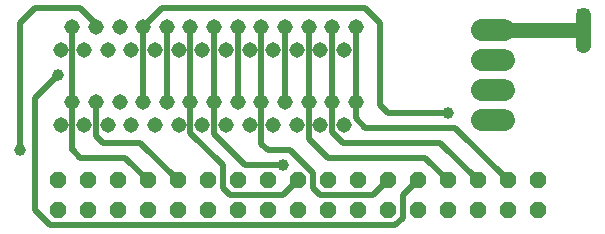
<source format=gtl>
G75*
%MOIN*%
%OFA0B0*%
%FSLAX25Y25*%
%IPPOS*%
%LPD*%
%AMOC8*
5,1,8,0,0,1.08239X$1,22.5*
%
%ADD10OC8,0.05600*%
%ADD11C,0.07400*%
%ADD12C,0.05150*%
%ADD13C,0.05000*%
%ADD14R,0.03962X0.03962*%
%ADD15C,0.02000*%
%ADD16C,0.03962*%
D10*
X0019000Y0011500D03*
X0029000Y0011500D03*
X0039000Y0011500D03*
X0049000Y0011500D03*
X0059000Y0011500D03*
X0069000Y0011500D03*
X0079000Y0011500D03*
X0089000Y0011500D03*
X0099000Y0011500D03*
X0109000Y0011500D03*
X0119000Y0011500D03*
X0129000Y0011500D03*
X0139000Y0011500D03*
X0149000Y0011500D03*
X0159000Y0011500D03*
X0169000Y0011500D03*
X0179000Y0011500D03*
X0179000Y0021500D03*
X0169000Y0021500D03*
X0159000Y0021500D03*
X0149000Y0021500D03*
X0139000Y0021500D03*
X0129000Y0021500D03*
X0119000Y0021500D03*
X0109000Y0021500D03*
X0099000Y0021500D03*
X0089000Y0021500D03*
X0079000Y0021500D03*
X0069000Y0021500D03*
X0059000Y0021500D03*
X0049000Y0021500D03*
X0039000Y0021500D03*
X0029000Y0021500D03*
X0019000Y0021500D03*
D11*
X0160300Y0041500D02*
X0167700Y0041500D01*
X0167700Y0051500D02*
X0160300Y0051500D01*
X0160300Y0061500D02*
X0167700Y0061500D01*
X0167700Y0071500D02*
X0160300Y0071500D01*
D12*
X0118331Y0072780D03*
X0110457Y0072780D03*
X0102583Y0072780D03*
X0094709Y0072780D03*
X0086835Y0072780D03*
X0078961Y0072780D03*
X0071087Y0072780D03*
X0063213Y0072780D03*
X0055339Y0072780D03*
X0047465Y0072780D03*
X0039591Y0072780D03*
X0031717Y0072780D03*
X0023843Y0072780D03*
X0027780Y0064906D03*
X0035654Y0064906D03*
X0043528Y0064906D03*
X0051402Y0064906D03*
X0059276Y0064906D03*
X0067150Y0064906D03*
X0075024Y0064906D03*
X0082898Y0064906D03*
X0090772Y0064906D03*
X0098646Y0064906D03*
X0106520Y0064906D03*
X0114394Y0064906D03*
X0118331Y0047780D03*
X0110457Y0047780D03*
X0102583Y0047780D03*
X0094709Y0047780D03*
X0086835Y0047780D03*
X0078961Y0047780D03*
X0071087Y0047780D03*
X0063213Y0047780D03*
X0055339Y0047780D03*
X0047465Y0047780D03*
X0039591Y0047780D03*
X0031717Y0047780D03*
X0023843Y0047780D03*
X0027780Y0039906D03*
X0035654Y0039906D03*
X0043528Y0039906D03*
X0051402Y0039906D03*
X0059276Y0039906D03*
X0067150Y0039906D03*
X0075024Y0039906D03*
X0082898Y0039906D03*
X0090772Y0039906D03*
X0098646Y0039906D03*
X0106520Y0039906D03*
X0114394Y0039906D03*
X0019906Y0039906D03*
X0019906Y0064906D03*
D13*
X0164000Y0071500D02*
X0194000Y0071500D01*
X0194000Y0076500D01*
X0194000Y0071500D02*
X0194000Y0066500D01*
D14*
X0194000Y0066500D03*
X0194000Y0071500D03*
X0194000Y0076500D03*
D15*
X0016500Y0006500D02*
X0011500Y0011500D01*
X0011500Y0049000D01*
X0019000Y0056500D01*
X0023843Y0047780D02*
X0023843Y0031657D01*
X0024000Y0031500D01*
X0026500Y0029000D01*
X0041500Y0029000D01*
X0049000Y0021500D01*
X0059000Y0021500D02*
X0046500Y0034000D01*
X0034000Y0034000D01*
X0031717Y0036283D01*
X0031717Y0047780D01*
X0023843Y0047780D02*
X0023843Y0072780D01*
X0026500Y0079000D02*
X0031717Y0073783D01*
X0031717Y0072780D01*
X0026500Y0079000D02*
X0011500Y0079000D01*
X0006500Y0074000D01*
X0006500Y0031500D01*
X0047465Y0047780D02*
X0047465Y0072780D01*
X0053685Y0079000D01*
X0121500Y0079000D01*
X0126500Y0074000D01*
X0126500Y0046500D01*
X0129000Y0044000D01*
X0149000Y0044000D01*
X0151500Y0039000D02*
X0121500Y0039000D01*
X0118331Y0042169D01*
X0118331Y0047780D01*
X0118331Y0072780D01*
X0110457Y0072780D02*
X0110457Y0047780D01*
X0110457Y0037543D01*
X0114000Y0034000D01*
X0146500Y0034000D01*
X0159000Y0021500D01*
X0149000Y0021500D02*
X0141500Y0029000D01*
X0109000Y0029000D01*
X0102583Y0035417D01*
X0102583Y0047780D01*
X0102583Y0072780D01*
X0094709Y0072780D02*
X0094709Y0047780D01*
X0086835Y0047780D02*
X0086835Y0033665D01*
X0089000Y0031500D01*
X0096500Y0031500D01*
X0104000Y0024000D01*
X0104000Y0019000D01*
X0106500Y0016500D01*
X0124000Y0016500D01*
X0129000Y0021500D01*
X0134000Y0016500D02*
X0139000Y0021500D01*
X0134000Y0016500D02*
X0134000Y0009000D01*
X0131500Y0006500D01*
X0016500Y0006500D01*
X0063213Y0037287D02*
X0074000Y0026500D01*
X0074000Y0019000D01*
X0076500Y0016500D01*
X0094000Y0016500D01*
X0099000Y0021500D01*
X0094000Y0026500D02*
X0081500Y0026500D01*
X0071087Y0036913D01*
X0071087Y0047780D01*
X0071087Y0072780D01*
X0078961Y0072780D02*
X0078961Y0047780D01*
X0086835Y0047780D02*
X0086835Y0072780D01*
X0063213Y0072780D02*
X0063213Y0047780D01*
X0063213Y0037287D01*
X0055339Y0047780D02*
X0055339Y0072780D01*
X0151500Y0039000D02*
X0169000Y0021500D01*
D16*
X0149000Y0044000D03*
X0094000Y0026500D03*
X0019000Y0056500D03*
X0006500Y0031500D03*
M02*

</source>
